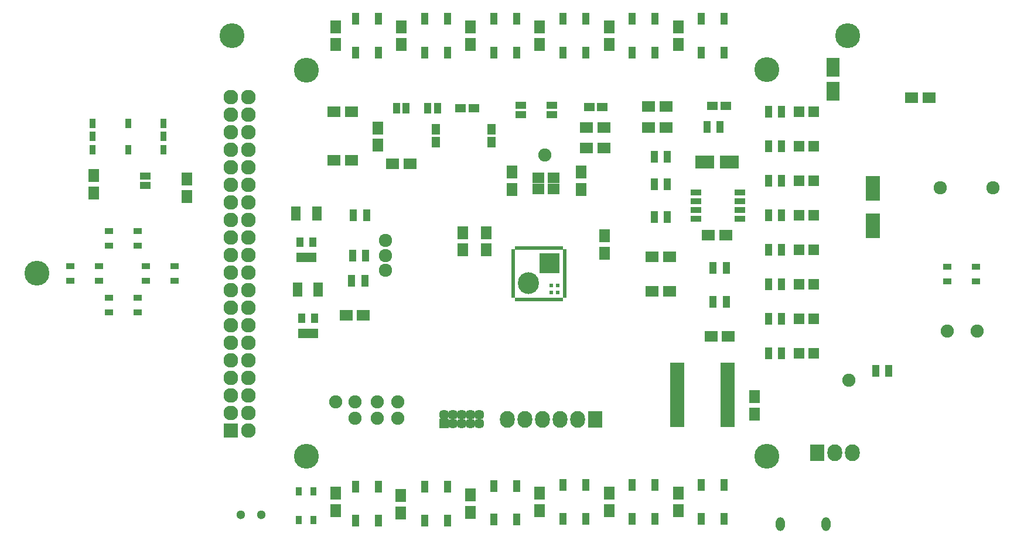
<source format=gts>
G04 #@! TF.GenerationSoftware,KiCad,Pcbnew,(2016-12-18 revision 3ffa37c)-master*
G04 #@! TF.CreationDate,2017-02-07T21:51:00-08:00*
G04 #@! TF.ProjectId,badge-kicad,62616467652D6B696361642E6B696361,rev?*
G04 #@! TF.FileFunction,Soldermask,Top*
G04 #@! TF.FilePolarity,Negative*
%FSLAX46Y46*%
G04 Gerber Fmt 4.6, Leading zero omitted, Abs format (unit mm)*
G04 Created by KiCad (PCBNEW (2016-12-18 revision 3ffa37c)-master) date Tuesday, February 07, 2017 'PMt' 09:51:00 PM*
%MOMM*%
%LPD*%
G01*
G04 APERTURE LIST*
%ADD10C,0.150000*%
%ADD11R,1.650000X1.900000*%
%ADD12R,1.600000X1.150000*%
%ADD13R,1.150000X1.600000*%
%ADD14C,3.600000*%
%ADD15O,1.299160X1.997660*%
%ADD16O,0.500006X1.200006*%
%ADD17R,1.900000X1.650000*%
%ADD18R,2.753360X1.851660*%
%ADD19R,1.851660X2.753360*%
%ADD20R,1.997660X3.597860*%
%ADD21C,1.900000*%
%ADD22R,1.100000X1.700000*%
%ADD23R,1.543000X0.908000*%
%ADD24C,1.924000*%
%ADD25R,1.800000X1.600000*%
%ADD26R,0.609600X0.609600*%
%ADD27O,3.022600X3.149600*%
%ADD28R,2.870200X2.870200*%
%ADD29R,0.508000X0.609600*%
%ADD30R,0.609600X0.508000*%
%ADD31R,0.900000X1.400000*%
%ADD32C,1.450000*%
%ADD33R,1.450000X1.450000*%
%ADD34O,2.127200X2.127200*%
%ADD35R,2.127200X2.127200*%
%ADD36O,2.127200X2.432000*%
%ADD37R,2.127200X2.432000*%
%ADD38C,1.300000*%
%ADD39R,2.150000X0.850000*%
%ADD40R,1.050000X1.460000*%
%ADD41R,1.400000X2.000000*%
%ADD42R,1.598880X1.598880*%
%ADD43R,1.598880X0.999440*%
%ADD44R,0.999440X1.598880*%
%ADD45R,0.901700X1.303020*%
%ADD46R,1.303020X0.901700*%
%ADD47R,1.102360X1.701800*%
G04 APERTURE END LIST*
D10*
D11*
X141330000Y-83262000D03*
X141330000Y-85762000D03*
X158355000Y-83737000D03*
X158355000Y-86237000D03*
X137880000Y-85762000D03*
X137880000Y-83262000D03*
D12*
X175880000Y-64962000D03*
X173980000Y-64962000D03*
D13*
X134030000Y-68312000D03*
X134030000Y-70212000D03*
D12*
X139480000Y-65262000D03*
X137580000Y-65262000D03*
D13*
X142030000Y-68312000D03*
X142030000Y-70212000D03*
D12*
X158080000Y-65062000D03*
X156180000Y-65062000D03*
D14*
X76340000Y-89116000D03*
D15*
X190429460Y-125461540D03*
X183830540Y-125461540D03*
D16*
X190430000Y-125462000D03*
X183830000Y-125462000D03*
D17*
X173400000Y-83592000D03*
X175900000Y-83592000D03*
X167780000Y-86762000D03*
X165280000Y-86762000D03*
X121780000Y-72762000D03*
X119280000Y-72762000D03*
X155780000Y-71012000D03*
X158280000Y-71012000D03*
D18*
X172902480Y-73072000D03*
X176397520Y-73072000D03*
D19*
X191430000Y-62809520D03*
X191430000Y-59314480D03*
D20*
X197130000Y-76864520D03*
X197130000Y-82259480D03*
D21*
X128530000Y-110162000D03*
X128530000Y-107762000D03*
X125530000Y-110162000D03*
X193688000Y-104610000D03*
X207912000Y-97498000D03*
X212230000Y-97498000D03*
X125530000Y-107762000D03*
X122330000Y-110162000D03*
X149780000Y-72012000D03*
X122330000Y-107762000D03*
X119530000Y-107762000D03*
D22*
X167480000Y-76262000D03*
X165580000Y-76262000D03*
X174080000Y-88362000D03*
X175980000Y-88362000D03*
X165580000Y-72262000D03*
X167480000Y-72262000D03*
X175080000Y-67962000D03*
X173180000Y-67962000D03*
X165580000Y-81012000D03*
X167480000Y-81012000D03*
D23*
X171625000Y-77417000D03*
X171625000Y-78687000D03*
X171625000Y-79957000D03*
X171625000Y-81227000D03*
X177975000Y-81227000D03*
X177975000Y-79957000D03*
X177975000Y-78687000D03*
X177975000Y-77417000D03*
D24*
X206930000Y-76762000D03*
X214530000Y-76762000D03*
D25*
X148830000Y-75362000D03*
X151030000Y-75362000D03*
X151030000Y-76962000D03*
X148830000Y-76962000D03*
D26*
X150649806Y-91949804D03*
X150649806Y-90949806D03*
X151649804Y-90949806D03*
X151649804Y-91949804D03*
D27*
X147400130Y-90599794D03*
D28*
X150399870Y-87700130D03*
D29*
X145650070Y-85475089D03*
X146150196Y-85475090D03*
X146650068Y-85475090D03*
X147150194Y-85475090D03*
X147650066Y-85475090D03*
X148150192Y-85475090D03*
X148650064Y-85475089D03*
X149149936Y-85475089D03*
X149649808Y-85475090D03*
X150149934Y-85475090D03*
X150649806Y-85475090D03*
X151149932Y-85475090D03*
X151649804Y-85475090D03*
X152149930Y-85475089D03*
D30*
X152624911Y-85950070D03*
X152624910Y-86450196D03*
X152624910Y-86950068D03*
X152624910Y-87450194D03*
X152624910Y-87950066D03*
X152624910Y-88450192D03*
X152624911Y-88950064D03*
X152624911Y-89449936D03*
X152624910Y-89949808D03*
X152624910Y-90449934D03*
X152624910Y-90949806D03*
X152624910Y-91449932D03*
X152624910Y-91949804D03*
X152624911Y-92449930D03*
D29*
X152149930Y-92924911D03*
X151649804Y-92924910D03*
X151149932Y-92924910D03*
X150649806Y-92924910D03*
X150149934Y-92924910D03*
X149649808Y-92924910D03*
X149149936Y-92924911D03*
X148650064Y-92924911D03*
X148150192Y-92924910D03*
X147650066Y-92924910D03*
X147150194Y-92924910D03*
X146650068Y-92924910D03*
X146150196Y-92924910D03*
X145650070Y-92924911D03*
D30*
X145175089Y-92449930D03*
X145175090Y-91949804D03*
X145175090Y-91449932D03*
X145175090Y-90949806D03*
X145175090Y-90449934D03*
X145175090Y-89949808D03*
X145175089Y-89449936D03*
X145175089Y-88950064D03*
X145175090Y-88450192D03*
X145175090Y-87950066D03*
X145175090Y-87450194D03*
X145175090Y-86950068D03*
X145175090Y-86450196D03*
D26*
X145175089Y-85950070D03*
D31*
X84430000Y-71262000D03*
X84430000Y-67462000D03*
X94630000Y-67462000D03*
X94630000Y-71262000D03*
X94630000Y-69362000D03*
X84430000Y-69362000D03*
X89530000Y-67462000D03*
X89530000Y-71262000D03*
D32*
X135180000Y-109642000D03*
X140260000Y-109642000D03*
X138990000Y-109642000D03*
X137720000Y-109642000D03*
X136450000Y-109642000D03*
X140260000Y-110912000D03*
X138990000Y-110912000D03*
X137720000Y-110912000D03*
X136450000Y-110912000D03*
D33*
X135180000Y-110912000D03*
D34*
X106940000Y-63640000D03*
X104400000Y-63640000D03*
X106940000Y-66180000D03*
X104400000Y-66180000D03*
X106940000Y-68720000D03*
X104400000Y-68720000D03*
X106940000Y-71260000D03*
X104400000Y-71260000D03*
X106940000Y-73800000D03*
X104400000Y-73800000D03*
X106940000Y-76340000D03*
X104400000Y-76340000D03*
X106940000Y-78880000D03*
X104400000Y-78880000D03*
X106940000Y-81420000D03*
X104400000Y-81420000D03*
X106940000Y-83960000D03*
X104400000Y-83960000D03*
X106940000Y-86500000D03*
X104400000Y-86500000D03*
X106940000Y-89040000D03*
X104400000Y-89040000D03*
X106940000Y-91580000D03*
X104400000Y-91580000D03*
X106940000Y-94120000D03*
X104400000Y-94120000D03*
X106940000Y-96660000D03*
X104400000Y-96660000D03*
X106940000Y-99200000D03*
X104400000Y-99200000D03*
X106940000Y-101740000D03*
X104400000Y-101740000D03*
X106940000Y-104280000D03*
X104400000Y-104280000D03*
X106940000Y-106820000D03*
X104400000Y-106820000D03*
X106940000Y-109360000D03*
X104400000Y-109360000D03*
X106940000Y-111900000D03*
D35*
X104400000Y-111900000D03*
D36*
X144330000Y-110262000D03*
X146870000Y-110262000D03*
X149410000Y-110262000D03*
X151950000Y-110262000D03*
X154490000Y-110262000D03*
D37*
X157030000Y-110262000D03*
D38*
X105780000Y-124087000D03*
X108780000Y-124087000D03*
D39*
X176130000Y-102537000D03*
X176130000Y-103187000D03*
X176130000Y-103837000D03*
X176130000Y-104487000D03*
X176130000Y-105137000D03*
X176130000Y-105787000D03*
X176130000Y-106437000D03*
X176130000Y-107087000D03*
X176130000Y-107737000D03*
X176130000Y-108387000D03*
X176130000Y-109037000D03*
X176130000Y-109687000D03*
X176130000Y-110337000D03*
X176130000Y-110987000D03*
X168930000Y-110987000D03*
X168930000Y-110337000D03*
X168930000Y-109687000D03*
X168930000Y-109037000D03*
X168930000Y-108387000D03*
X168930000Y-107737000D03*
X168930000Y-107087000D03*
X168930000Y-106437000D03*
X168930000Y-105787000D03*
X168930000Y-105137000D03*
X168930000Y-104487000D03*
X168930000Y-103837000D03*
X168930000Y-103187000D03*
X168930000Y-102537000D03*
D40*
X114580000Y-97862000D03*
X115530000Y-97862000D03*
X116480000Y-97862000D03*
X116480000Y-95662000D03*
X114580000Y-95662000D03*
X114330000Y-84662000D03*
X116230000Y-84662000D03*
X116230000Y-86862000D03*
X115280000Y-86862000D03*
X114330000Y-86862000D03*
D11*
X119530000Y-53512000D03*
X119530000Y-56012000D03*
X129030000Y-56012000D03*
X129030000Y-53512000D03*
X139030000Y-56012000D03*
X139030000Y-53512000D03*
X149030000Y-53512000D03*
X149030000Y-56012000D03*
X159030000Y-56012000D03*
X159030000Y-53512000D03*
X169030000Y-53512000D03*
X169030000Y-56012000D03*
X169030000Y-123512000D03*
X169030000Y-121012000D03*
X159030000Y-121012000D03*
X159030000Y-123512000D03*
X149030000Y-123512000D03*
X149030000Y-121012000D03*
X139030000Y-121262000D03*
X139030000Y-123762000D03*
X128930000Y-123812000D03*
X128930000Y-121312000D03*
X119530000Y-121012000D03*
X119530000Y-123512000D03*
D17*
X123530000Y-95262000D03*
X121030000Y-95262000D03*
D41*
X113780000Y-80512000D03*
X116780000Y-80512000D03*
X114030000Y-91512000D03*
X117030000Y-91512000D03*
D17*
X158280000Y-68012000D03*
X155780000Y-68012000D03*
D11*
X145030000Y-74512000D03*
X145030000Y-77012000D03*
D17*
X167280000Y-68012000D03*
X164780000Y-68012000D03*
X164780000Y-65012000D03*
X167280000Y-65012000D03*
X130280000Y-73262000D03*
X127780000Y-73262000D03*
D11*
X125630000Y-70612000D03*
X125630000Y-68112000D03*
D17*
X119280000Y-65762000D03*
X121780000Y-65762000D03*
D11*
X98030000Y-78012000D03*
X98030000Y-75512000D03*
X84530000Y-75012000D03*
X84530000Y-77512000D03*
D17*
X202780000Y-63762000D03*
X205280000Y-63762000D03*
X176280000Y-98262000D03*
X173780000Y-98262000D03*
X167780000Y-91762000D03*
X165280000Y-91762000D03*
D11*
X180030000Y-109512000D03*
X180030000Y-107012000D03*
X155030000Y-74512000D03*
X155030000Y-77012000D03*
D42*
X188579020Y-65762000D03*
X186480980Y-65762000D03*
X188579020Y-70762000D03*
X186480980Y-70762000D03*
X188579020Y-75762000D03*
X186480980Y-75762000D03*
X186480980Y-80762000D03*
X188579020Y-80762000D03*
X186480980Y-85762000D03*
X188579020Y-85762000D03*
X188579020Y-90762000D03*
X186480980Y-90762000D03*
X186480980Y-95762000D03*
X188579020Y-95762000D03*
X186480980Y-100762000D03*
X188579020Y-100762000D03*
D14*
X115330000Y-59762000D03*
X181830000Y-59662000D03*
X115330000Y-115662000D03*
X181830000Y-115662000D03*
X104530000Y-54762000D03*
X193530000Y-54762000D03*
D43*
X146280000Y-64810960D03*
X146280000Y-66213040D03*
X150780000Y-66213040D03*
X150780000Y-64810960D03*
D44*
X132828960Y-65262000D03*
X134231040Y-65262000D03*
X129731040Y-65262000D03*
X128328960Y-65262000D03*
D43*
X92030000Y-76463040D03*
X92030000Y-75060960D03*
D36*
X194210000Y-115162000D03*
X191670000Y-115162000D03*
D37*
X189130000Y-115162000D03*
D22*
X122080000Y-80762000D03*
X123980000Y-80762000D03*
X175980000Y-93262000D03*
X174080000Y-93262000D03*
X121830000Y-90262000D03*
X123730000Y-90262000D03*
X121980000Y-86562000D03*
X123880000Y-86562000D03*
X197580000Y-103262000D03*
X199480000Y-103262000D03*
X183980000Y-70762000D03*
X182080000Y-70762000D03*
X183980000Y-100762000D03*
X182080000Y-100762000D03*
X183980000Y-95762000D03*
X182080000Y-95762000D03*
X183980000Y-65762000D03*
X182080000Y-65762000D03*
X183980000Y-75762000D03*
X182080000Y-75762000D03*
X183980000Y-80762000D03*
X182080000Y-80762000D03*
X183980000Y-90762000D03*
X182080000Y-90762000D03*
X182080000Y-85762000D03*
X183980000Y-85762000D03*
D45*
X116354420Y-120689360D03*
X116354420Y-124834640D03*
X114205580Y-120689360D03*
X114205580Y-124834640D03*
D24*
X126730000Y-88712000D03*
X126730000Y-86562000D03*
X126730000Y-84412000D03*
D46*
X86779360Y-82999580D03*
X90924640Y-82999580D03*
X86779360Y-85148420D03*
X90924640Y-85148420D03*
X90924640Y-94800420D03*
X86779360Y-94800420D03*
X90924640Y-92651580D03*
X86779360Y-92651580D03*
X81191360Y-88079580D03*
X85336640Y-88079580D03*
X81191360Y-90228420D03*
X85336640Y-90228420D03*
X96258640Y-90228420D03*
X92113360Y-90228420D03*
X96258640Y-88079580D03*
X92113360Y-88079580D03*
X207957360Y-88187580D03*
X212102640Y-88187580D03*
X207957360Y-90336420D03*
X212102640Y-90336420D03*
D47*
X122381540Y-52313440D03*
X125678460Y-52313440D03*
X125678460Y-57210560D03*
X122381540Y-57210560D03*
X132381540Y-57210560D03*
X135678460Y-57210560D03*
X135678460Y-52313440D03*
X132381540Y-52313440D03*
X142381540Y-52313440D03*
X145678460Y-52313440D03*
X145678460Y-57210560D03*
X142381540Y-57210560D03*
X152381540Y-57210560D03*
X155678460Y-57210560D03*
X155678460Y-52313440D03*
X152381540Y-52313440D03*
X162381540Y-52313440D03*
X165678460Y-52313440D03*
X165678460Y-57210560D03*
X162381540Y-57210560D03*
X172381540Y-57210560D03*
X175678460Y-57210560D03*
X175678460Y-52313440D03*
X172381540Y-52313440D03*
X172381540Y-119813440D03*
X175678460Y-119813440D03*
X175678460Y-124710560D03*
X172381540Y-124710560D03*
X162381540Y-124710560D03*
X165678460Y-124710560D03*
X165678460Y-119813440D03*
X162381540Y-119813440D03*
X152381540Y-124710560D03*
X155678460Y-124710560D03*
X155678460Y-119813440D03*
X152381540Y-119813440D03*
X142381540Y-119913440D03*
X145678460Y-119913440D03*
X145678460Y-124810560D03*
X142381540Y-124810560D03*
X132381540Y-120063440D03*
X135678460Y-120063440D03*
X135678460Y-124960560D03*
X132381540Y-124960560D03*
X122381540Y-124960560D03*
X125678460Y-124960560D03*
X125678460Y-120063440D03*
X122381540Y-120063440D03*
M02*

</source>
